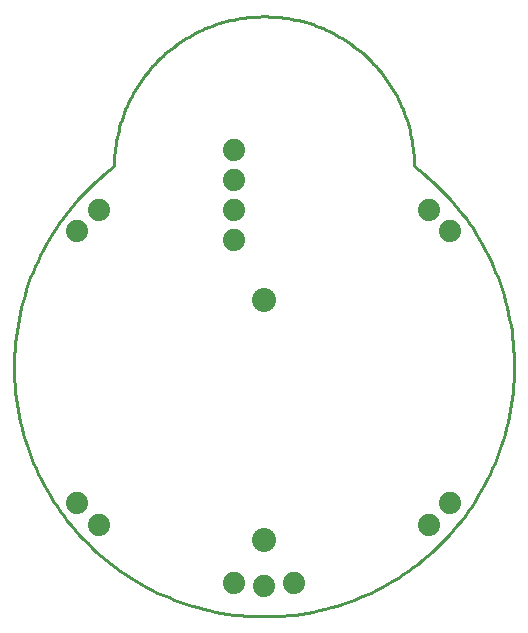
<source format=gtl>
G75*
%MOIN*%
%OFA0B0*%
%FSLAX25Y25*%
%IPPOS*%
%LPD*%
%AMOC8*
5,1,8,0,0,1.08239X$1,22.5*
%
%ADD10C,0.01000*%
%ADD11C,0.08000*%
%ADD12C,0.07400*%
D10*
X0035046Y0151499D02*
X0033429Y0150255D01*
X0031842Y0148971D01*
X0030287Y0147649D01*
X0028765Y0146289D01*
X0027277Y0144893D01*
X0025824Y0143460D01*
X0024406Y0141992D01*
X0023024Y0140490D01*
X0021680Y0138955D01*
X0020374Y0137387D01*
X0019106Y0135787D01*
X0017878Y0134157D01*
X0016690Y0132497D01*
X0015544Y0130809D01*
X0014439Y0129093D01*
X0013376Y0127351D01*
X0012356Y0125583D01*
X0011380Y0123791D01*
X0010448Y0121975D01*
X0009561Y0120137D01*
X0008719Y0118278D01*
X0007923Y0116399D01*
X0007173Y0114501D01*
X0006470Y0112585D01*
X0005814Y0110652D01*
X0005205Y0108704D01*
X0004645Y0106742D01*
X0004132Y0104766D01*
X0003668Y0102779D01*
X0003253Y0100781D01*
X0002887Y0098773D01*
X0002570Y0096757D01*
X0002303Y0094734D01*
X0002086Y0092704D01*
X0001918Y0090670D01*
X0001800Y0088633D01*
X0001732Y0086593D01*
X0001713Y0084552D01*
X0001745Y0082512D01*
X0001827Y0080473D01*
X0001959Y0078436D01*
X0002140Y0076403D01*
X0002372Y0074376D01*
X0002653Y0072354D01*
X0002983Y0070340D01*
X0003362Y0068335D01*
X0003791Y0066339D01*
X0004268Y0064355D01*
X0004794Y0062383D01*
X0005368Y0060425D01*
X0005989Y0058481D01*
X0006658Y0056553D01*
X0007374Y0054642D01*
X0008137Y0052749D01*
X0008946Y0050875D01*
X0009800Y0049021D01*
X0010700Y0047189D01*
X0011644Y0045380D01*
X0012632Y0043594D01*
X0013664Y0041833D01*
X0014738Y0040098D01*
X0015855Y0038390D01*
X0017013Y0036710D01*
X0018212Y0035058D01*
X0019451Y0033436D01*
X0020729Y0031845D01*
X0022046Y0030286D01*
X0023401Y0028760D01*
X0024792Y0027267D01*
X0026220Y0025809D01*
X0027683Y0024386D01*
X0029180Y0022999D01*
X0030711Y0021650D01*
X0032275Y0020338D01*
X0033870Y0019065D01*
X0035496Y0017831D01*
X0037152Y0016638D01*
X0038836Y0015486D01*
X0040548Y0014375D01*
X0042287Y0013306D01*
X0044051Y0012281D01*
X0045840Y0011299D01*
X0047653Y0010361D01*
X0049488Y0009467D01*
X0051344Y0008619D01*
X0053221Y0007817D01*
X0055116Y0007060D01*
X0057030Y0006351D01*
X0058960Y0005688D01*
X0060906Y0005073D01*
X0062866Y0004506D01*
X0064840Y0003987D01*
X0066826Y0003516D01*
X0068823Y0003094D01*
X0070829Y0002722D01*
X0072845Y0002398D01*
X0074867Y0002124D01*
X0076895Y0001900D01*
X0078929Y0001725D01*
X0080966Y0001600D01*
X0083005Y0001525D01*
X0085046Y0001500D01*
X0087087Y0001525D01*
X0089126Y0001600D01*
X0091163Y0001725D01*
X0093197Y0001900D01*
X0095225Y0002124D01*
X0097247Y0002398D01*
X0099263Y0002722D01*
X0101269Y0003094D01*
X0103266Y0003516D01*
X0105252Y0003987D01*
X0107226Y0004506D01*
X0109186Y0005073D01*
X0111132Y0005688D01*
X0113062Y0006351D01*
X0114976Y0007060D01*
X0116871Y0007817D01*
X0118748Y0008619D01*
X0120604Y0009467D01*
X0122439Y0010361D01*
X0124252Y0011299D01*
X0126041Y0012281D01*
X0127805Y0013306D01*
X0129544Y0014375D01*
X0131256Y0015486D01*
X0132940Y0016638D01*
X0134596Y0017831D01*
X0136222Y0019065D01*
X0137817Y0020338D01*
X0139381Y0021650D01*
X0140912Y0022999D01*
X0142409Y0024386D01*
X0143872Y0025809D01*
X0145300Y0027267D01*
X0146691Y0028760D01*
X0148046Y0030286D01*
X0149363Y0031845D01*
X0150641Y0033436D01*
X0151880Y0035058D01*
X0153079Y0036710D01*
X0154237Y0038390D01*
X0155354Y0040098D01*
X0156428Y0041833D01*
X0157460Y0043594D01*
X0158448Y0045380D01*
X0159392Y0047189D01*
X0160292Y0049021D01*
X0161146Y0050875D01*
X0161955Y0052749D01*
X0162718Y0054642D01*
X0163434Y0056553D01*
X0164103Y0058481D01*
X0164724Y0060425D01*
X0165298Y0062383D01*
X0165824Y0064355D01*
X0166301Y0066339D01*
X0166730Y0068335D01*
X0167109Y0070340D01*
X0167439Y0072354D01*
X0167720Y0074376D01*
X0167952Y0076403D01*
X0168133Y0078436D01*
X0168265Y0080473D01*
X0168347Y0082512D01*
X0168379Y0084552D01*
X0168360Y0086593D01*
X0168292Y0088633D01*
X0168174Y0090670D01*
X0168006Y0092704D01*
X0167789Y0094734D01*
X0167522Y0096757D01*
X0167205Y0098773D01*
X0166839Y0100781D01*
X0166424Y0102779D01*
X0165960Y0104766D01*
X0165447Y0106742D01*
X0164887Y0108704D01*
X0164278Y0110652D01*
X0163622Y0112585D01*
X0162919Y0114501D01*
X0162169Y0116399D01*
X0161373Y0118278D01*
X0160531Y0120137D01*
X0159644Y0121975D01*
X0158712Y0123791D01*
X0157736Y0125583D01*
X0156716Y0127351D01*
X0155653Y0129093D01*
X0154548Y0130809D01*
X0153402Y0132497D01*
X0152214Y0134157D01*
X0150986Y0135787D01*
X0149718Y0137387D01*
X0148412Y0138955D01*
X0147068Y0140490D01*
X0145686Y0141992D01*
X0144268Y0143460D01*
X0142815Y0144893D01*
X0141327Y0146289D01*
X0139805Y0147649D01*
X0138250Y0148971D01*
X0136663Y0150255D01*
X0135046Y0151499D01*
X0135046Y0151500D02*
X0135031Y0152718D01*
X0134987Y0153934D01*
X0134913Y0155150D01*
X0134809Y0156363D01*
X0134676Y0157573D01*
X0134513Y0158780D01*
X0134321Y0159982D01*
X0134100Y0161180D01*
X0133850Y0162372D01*
X0133571Y0163557D01*
X0133263Y0164735D01*
X0132926Y0165905D01*
X0132561Y0167067D01*
X0132168Y0168219D01*
X0131747Y0169362D01*
X0131298Y0170493D01*
X0130822Y0171614D01*
X0130318Y0172723D01*
X0129788Y0173819D01*
X0129231Y0174902D01*
X0128648Y0175971D01*
X0128040Y0177025D01*
X0127405Y0178065D01*
X0126746Y0179088D01*
X0126062Y0180096D01*
X0125353Y0181086D01*
X0124621Y0182059D01*
X0123865Y0183013D01*
X0123086Y0183949D01*
X0122285Y0184866D01*
X0121461Y0185763D01*
X0120616Y0186639D01*
X0119750Y0187495D01*
X0118863Y0188330D01*
X0117956Y0189142D01*
X0117030Y0189932D01*
X0116084Y0190700D01*
X0115121Y0191444D01*
X0114139Y0192164D01*
X0113140Y0192861D01*
X0112125Y0193533D01*
X0111093Y0194180D01*
X0110046Y0194801D01*
X0108984Y0195397D01*
X0107908Y0195967D01*
X0106819Y0196511D01*
X0105716Y0197027D01*
X0104601Y0197517D01*
X0103475Y0197980D01*
X0102338Y0198415D01*
X0101190Y0198822D01*
X0100033Y0199201D01*
X0098867Y0199552D01*
X0097693Y0199874D01*
X0096511Y0200168D01*
X0095322Y0200433D01*
X0094128Y0200668D01*
X0092928Y0200875D01*
X0091723Y0201052D01*
X0090515Y0201200D01*
X0089303Y0201318D01*
X0088088Y0201407D01*
X0086872Y0201467D01*
X0085655Y0201496D01*
X0084437Y0201496D01*
X0083220Y0201467D01*
X0082004Y0201407D01*
X0080789Y0201318D01*
X0079577Y0201200D01*
X0078369Y0201052D01*
X0077164Y0200875D01*
X0075964Y0200668D01*
X0074770Y0200433D01*
X0073581Y0200168D01*
X0072399Y0199874D01*
X0071225Y0199552D01*
X0070059Y0199201D01*
X0068902Y0198822D01*
X0067754Y0198415D01*
X0066617Y0197980D01*
X0065491Y0197517D01*
X0064376Y0197027D01*
X0063273Y0196511D01*
X0062184Y0195967D01*
X0061108Y0195397D01*
X0060046Y0194801D01*
X0058999Y0194180D01*
X0057967Y0193533D01*
X0056952Y0192861D01*
X0055953Y0192164D01*
X0054971Y0191444D01*
X0054008Y0190700D01*
X0053062Y0189932D01*
X0052136Y0189142D01*
X0051229Y0188330D01*
X0050342Y0187495D01*
X0049476Y0186639D01*
X0048631Y0185763D01*
X0047807Y0184866D01*
X0047006Y0183949D01*
X0046227Y0183013D01*
X0045471Y0182059D01*
X0044739Y0181086D01*
X0044030Y0180096D01*
X0043346Y0179088D01*
X0042687Y0178065D01*
X0042052Y0177025D01*
X0041444Y0175971D01*
X0040861Y0174902D01*
X0040304Y0173819D01*
X0039774Y0172723D01*
X0039270Y0171614D01*
X0038794Y0170493D01*
X0038345Y0169362D01*
X0037924Y0168219D01*
X0037531Y0167067D01*
X0037166Y0165905D01*
X0036829Y0164735D01*
X0036521Y0163557D01*
X0036242Y0162372D01*
X0035992Y0161180D01*
X0035771Y0159982D01*
X0035579Y0158780D01*
X0035416Y0157573D01*
X0035283Y0156363D01*
X0035179Y0155150D01*
X0035105Y0153934D01*
X0035061Y0152718D01*
X0035046Y0151500D01*
D11*
X0084880Y0107083D03*
X0084880Y0027083D03*
D12*
X0029880Y0032083D03*
X0022809Y0039154D03*
X0074880Y0012583D03*
X0084880Y0011583D03*
X0094880Y0012583D03*
X0139880Y0032083D03*
X0146951Y0039154D03*
X0074880Y0127083D03*
X0074880Y0137083D03*
X0074880Y0147083D03*
X0074880Y0157083D03*
X0029880Y0137083D03*
X0022809Y0130012D03*
X0139880Y0137083D03*
X0146951Y0130012D03*
M02*

</source>
